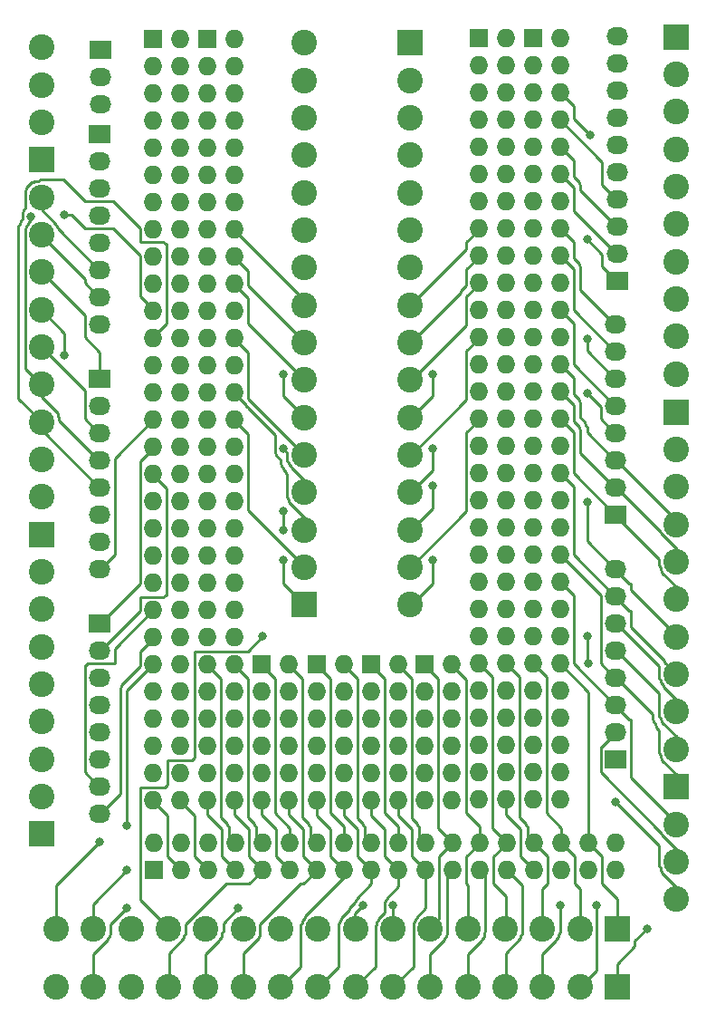
<source format=gtl>
G04 #@! TF.FileFunction,Copper,L1,Top,Signal*
%FSLAX46Y46*%
G04 Gerber Fmt 4.6, Leading zero omitted, Abs format (unit mm)*
G04 Created by KiCad (PCBNEW 201609150817+7155~55~ubuntu16.04.1-) date Thu Sep 29 09:43:48 2016*
%MOMM*%
%LPD*%
G01*
G04 APERTURE LIST*
%ADD10C,0.100000*%
%ADD11C,2.400000*%
%ADD12R,2.400000X2.400000*%
%ADD13R,2.032000X1.727200*%
%ADD14O,2.032000X1.727200*%
%ADD15O,1.727200X1.727200*%
%ADD16R,1.727200X1.727200*%
%ADD17C,0.800000*%
%ADD18C,0.250000*%
G04 APERTURE END LIST*
D10*
D11*
X92416400Y-66500400D03*
X92416400Y-63000400D03*
X92416400Y-70000400D03*
X92416400Y-73500400D03*
X92416400Y-77000400D03*
X92416400Y-80500400D03*
D12*
X92416400Y-59500400D03*
D11*
X92416400Y-84000400D03*
X92416400Y-87500400D03*
X92416400Y-91000400D03*
X92416400Y-94500400D03*
X92416400Y-98000400D03*
X92416400Y-101500400D03*
X92416400Y-105000400D03*
X92416400Y-108500400D03*
X92416400Y-112000400D03*
X82488000Y-59500400D03*
X82488000Y-63000400D03*
X82488000Y-66500400D03*
X82488000Y-70000400D03*
X82488000Y-73500400D03*
X82488000Y-77000400D03*
X82488000Y-80500400D03*
X82488000Y-84000400D03*
X82488000Y-87500400D03*
D12*
X82488000Y-112000400D03*
D11*
X82488000Y-91000400D03*
X82488000Y-94500400D03*
X82488000Y-98000400D03*
X82488000Y-101500400D03*
X82488000Y-108500400D03*
X82488000Y-105000400D03*
D13*
X63449200Y-60147200D03*
D14*
X63449200Y-62687200D03*
X63449200Y-65227200D03*
D11*
X57951600Y-59926400D03*
X57951600Y-63426400D03*
D12*
X57951600Y-70426400D03*
D11*
X57951600Y-66926400D03*
D13*
X63398400Y-68021200D03*
D14*
X63398400Y-70561200D03*
X63398400Y-73101200D03*
X63398400Y-75641200D03*
X63398400Y-78181200D03*
X63398400Y-80721200D03*
X63398400Y-83261200D03*
X63398400Y-85801200D03*
X63347600Y-108661200D03*
X63347600Y-106121200D03*
X63347600Y-103581200D03*
X63347600Y-101041200D03*
X63347600Y-98501200D03*
X63347600Y-95961200D03*
X63347600Y-93421200D03*
D13*
X63347600Y-90881200D03*
D14*
X111658400Y-108661200D03*
X111658400Y-111201200D03*
X111658400Y-113741200D03*
X111658400Y-116281200D03*
X111658400Y-118821200D03*
X111658400Y-121361200D03*
X111658400Y-123901200D03*
D13*
X111658400Y-126441200D03*
X111658400Y-103581200D03*
D14*
X111658400Y-101041200D03*
X111658400Y-98501200D03*
X111658400Y-95961200D03*
X111658400Y-93421200D03*
X111658400Y-90881200D03*
X111658400Y-88341200D03*
X111658400Y-85801200D03*
D15*
X81026000Y-130251200D03*
X78486000Y-130251200D03*
X81026000Y-127711200D03*
X78486000Y-127711200D03*
X81026000Y-125171200D03*
X78486000Y-125171200D03*
X81026000Y-122631200D03*
X78486000Y-122631200D03*
X81026000Y-120091200D03*
X78486000Y-120091200D03*
X81026000Y-117551200D03*
D16*
X78486000Y-117551200D03*
X83667600Y-117551200D03*
D15*
X86207600Y-117551200D03*
X83667600Y-120091200D03*
X86207600Y-120091200D03*
X83667600Y-122631200D03*
X86207600Y-122631200D03*
X83667600Y-125171200D03*
X86207600Y-125171200D03*
X83667600Y-127711200D03*
X86207600Y-127711200D03*
X83667600Y-130251200D03*
X86207600Y-130251200D03*
X91287600Y-130251200D03*
X88747600Y-130251200D03*
X91287600Y-127711200D03*
X88747600Y-127711200D03*
X91287600Y-125171200D03*
X88747600Y-125171200D03*
X91287600Y-122631200D03*
X88747600Y-122631200D03*
X91287600Y-120091200D03*
X88747600Y-120091200D03*
X91287600Y-117551200D03*
D16*
X88747600Y-117551200D03*
X93776800Y-117551200D03*
D15*
X96316800Y-117551200D03*
X93776800Y-120091200D03*
X96316800Y-120091200D03*
X93776800Y-122631200D03*
X96316800Y-122631200D03*
X93776800Y-125171200D03*
X96316800Y-125171200D03*
X93776800Y-127711200D03*
X96316800Y-127711200D03*
X93776800Y-130251200D03*
X96316800Y-130251200D03*
D16*
X68478400Y-136804400D03*
D15*
X68478400Y-134264400D03*
X71018400Y-136804400D03*
X71018400Y-134264400D03*
X73558400Y-136804400D03*
X73558400Y-134264400D03*
X76098400Y-136804400D03*
X76098400Y-134264400D03*
X78638400Y-136804400D03*
X78638400Y-134264400D03*
X81178400Y-136804400D03*
X81178400Y-134264400D03*
X83718400Y-136804400D03*
X83718400Y-134264400D03*
X86258400Y-136804400D03*
X86258400Y-134264400D03*
X88798400Y-136804400D03*
X88798400Y-134264400D03*
X91338400Y-136804400D03*
X91338400Y-134264400D03*
X93878400Y-136804400D03*
X93878400Y-134264400D03*
X96418400Y-136804400D03*
X96418400Y-134264400D03*
X98958400Y-136804400D03*
X98958400Y-134264400D03*
X101498400Y-136804400D03*
X101498400Y-134264400D03*
X104038400Y-136804400D03*
X104038400Y-134264400D03*
X106578400Y-136804400D03*
X106578400Y-134264400D03*
X109118400Y-136804400D03*
X109118400Y-134264400D03*
X111658400Y-136804400D03*
X111658400Y-134264400D03*
X75996800Y-130251200D03*
X73456800Y-130251200D03*
X75996800Y-127711200D03*
X73456800Y-127711200D03*
X75996800Y-125171200D03*
X73456800Y-125171200D03*
X75996800Y-122631200D03*
X73456800Y-122631200D03*
X75996800Y-120091200D03*
X73456800Y-120091200D03*
X75996800Y-117551200D03*
X73456800Y-117551200D03*
X75996800Y-115011200D03*
X73456800Y-115011200D03*
X75996800Y-112471200D03*
X73456800Y-112471200D03*
X75996800Y-109931200D03*
X73456800Y-109931200D03*
X75996800Y-107391200D03*
X73456800Y-107391200D03*
X75996800Y-104851200D03*
X73456800Y-104851200D03*
X75996800Y-102311200D03*
X73456800Y-102311200D03*
X75996800Y-99771200D03*
X73456800Y-99771200D03*
X75996800Y-97231200D03*
X73456800Y-97231200D03*
X75996800Y-94691200D03*
X73456800Y-94691200D03*
X75996800Y-92151200D03*
X73456800Y-92151200D03*
X75996800Y-89611200D03*
X73456800Y-89611200D03*
X75996800Y-87071200D03*
X73456800Y-87071200D03*
X75996800Y-84531200D03*
X73456800Y-84531200D03*
X75996800Y-81991200D03*
X73456800Y-81991200D03*
X75996800Y-79451200D03*
X73456800Y-79451200D03*
X75996800Y-76911200D03*
X73456800Y-76911200D03*
X75996800Y-74371200D03*
X73456800Y-74371200D03*
X75996800Y-71831200D03*
X73456800Y-71831200D03*
X75996800Y-69291200D03*
X73456800Y-69291200D03*
X75996800Y-66751200D03*
X73456800Y-66751200D03*
X75996800Y-64211200D03*
X73456800Y-64211200D03*
X75996800Y-61671200D03*
X73456800Y-61671200D03*
X75996800Y-59131200D03*
D16*
X73456800Y-59131200D03*
X103886000Y-59080400D03*
D15*
X106426000Y-59080400D03*
X103886000Y-61620400D03*
X106426000Y-61620400D03*
X103886000Y-64160400D03*
X106426000Y-64160400D03*
X103886000Y-66700400D03*
X106426000Y-66700400D03*
X103886000Y-69240400D03*
X106426000Y-69240400D03*
X103886000Y-71780400D03*
X106426000Y-71780400D03*
X103886000Y-74320400D03*
X106426000Y-74320400D03*
X103886000Y-76860400D03*
X106426000Y-76860400D03*
X103886000Y-79400400D03*
X106426000Y-79400400D03*
X103886000Y-81940400D03*
X106426000Y-81940400D03*
X103886000Y-84480400D03*
X106426000Y-84480400D03*
X103886000Y-87020400D03*
X106426000Y-87020400D03*
X103886000Y-89560400D03*
X106426000Y-89560400D03*
X103886000Y-92100400D03*
X106426000Y-92100400D03*
X103886000Y-94640400D03*
X106426000Y-94640400D03*
X103886000Y-97180400D03*
X106426000Y-97180400D03*
X103886000Y-99720400D03*
X106426000Y-99720400D03*
X103886000Y-102260400D03*
X106426000Y-102260400D03*
X103886000Y-104800400D03*
X106426000Y-104800400D03*
X103886000Y-107340400D03*
X106426000Y-107340400D03*
X103886000Y-109880400D03*
X106426000Y-109880400D03*
X103886000Y-112420400D03*
X106426000Y-112420400D03*
X103886000Y-114960400D03*
X106426000Y-114960400D03*
X103886000Y-117500400D03*
X106426000Y-117500400D03*
X103886000Y-120040400D03*
X106426000Y-120040400D03*
X103886000Y-122580400D03*
X106426000Y-122580400D03*
X103886000Y-125120400D03*
X106426000Y-125120400D03*
X103886000Y-127660400D03*
X106426000Y-127660400D03*
X103886000Y-130200400D03*
X106426000Y-130200400D03*
X101396800Y-130200400D03*
X98856800Y-130200400D03*
X101396800Y-127660400D03*
X98856800Y-127660400D03*
X101396800Y-125120400D03*
X98856800Y-125120400D03*
X101396800Y-122580400D03*
X98856800Y-122580400D03*
X101396800Y-120040400D03*
X98856800Y-120040400D03*
X101396800Y-117500400D03*
X98856800Y-117500400D03*
X101396800Y-114960400D03*
X98856800Y-114960400D03*
X101396800Y-112420400D03*
X98856800Y-112420400D03*
X101396800Y-109880400D03*
X98856800Y-109880400D03*
X101396800Y-107340400D03*
X98856800Y-107340400D03*
X101396800Y-104800400D03*
X98856800Y-104800400D03*
X101396800Y-102260400D03*
X98856800Y-102260400D03*
X101396800Y-99720400D03*
X98856800Y-99720400D03*
X101396800Y-97180400D03*
X98856800Y-97180400D03*
X101396800Y-94640400D03*
X98856800Y-94640400D03*
X101396800Y-92100400D03*
X98856800Y-92100400D03*
X101396800Y-89560400D03*
X98856800Y-89560400D03*
X101396800Y-87020400D03*
X98856800Y-87020400D03*
X101396800Y-84480400D03*
X98856800Y-84480400D03*
X101396800Y-81940400D03*
X98856800Y-81940400D03*
X101396800Y-79400400D03*
X98856800Y-79400400D03*
X101396800Y-76860400D03*
X98856800Y-76860400D03*
X101396800Y-74320400D03*
X98856800Y-74320400D03*
X101396800Y-71780400D03*
X98856800Y-71780400D03*
X101396800Y-69240400D03*
X98856800Y-69240400D03*
X101396800Y-66700400D03*
X98856800Y-66700400D03*
X101396800Y-64160400D03*
X98856800Y-64160400D03*
X101396800Y-61620400D03*
X98856800Y-61620400D03*
X101396800Y-59080400D03*
D16*
X98856800Y-59080400D03*
X68376800Y-59131200D03*
D15*
X70916800Y-59131200D03*
X68376800Y-61671200D03*
X70916800Y-61671200D03*
X68376800Y-64211200D03*
X70916800Y-64211200D03*
X68376800Y-66751200D03*
X70916800Y-66751200D03*
X68376800Y-69291200D03*
X70916800Y-69291200D03*
X68376800Y-71831200D03*
X70916800Y-71831200D03*
X68376800Y-74371200D03*
X70916800Y-74371200D03*
X68376800Y-76911200D03*
X70916800Y-76911200D03*
X68376800Y-79451200D03*
X70916800Y-79451200D03*
X68376800Y-81991200D03*
X70916800Y-81991200D03*
X68376800Y-84531200D03*
X70916800Y-84531200D03*
X68376800Y-87071200D03*
X70916800Y-87071200D03*
X68376800Y-89611200D03*
X70916800Y-89611200D03*
X68376800Y-92151200D03*
X70916800Y-92151200D03*
X68376800Y-94691200D03*
X70916800Y-94691200D03*
X68376800Y-97231200D03*
X70916800Y-97231200D03*
X68376800Y-99771200D03*
X70916800Y-99771200D03*
X68376800Y-102311200D03*
X70916800Y-102311200D03*
X68376800Y-104851200D03*
X70916800Y-104851200D03*
X68376800Y-107391200D03*
X70916800Y-107391200D03*
X68376800Y-109931200D03*
X70916800Y-109931200D03*
X68376800Y-112471200D03*
X70916800Y-112471200D03*
X68376800Y-115011200D03*
X70916800Y-115011200D03*
X68376800Y-117551200D03*
X70916800Y-117551200D03*
X68376800Y-120091200D03*
X70916800Y-120091200D03*
X68376800Y-122631200D03*
X70916800Y-122631200D03*
X68376800Y-125171200D03*
X70916800Y-125171200D03*
X68376800Y-127711200D03*
X70916800Y-127711200D03*
X68376800Y-130251200D03*
X70916800Y-130251200D03*
D11*
X117308400Y-65926000D03*
X117308400Y-62426000D03*
X117308400Y-69426000D03*
X117308400Y-72926000D03*
X117308400Y-76426000D03*
X117308400Y-79926000D03*
D12*
X117308400Y-58926000D03*
D11*
X117308400Y-83426000D03*
X117308400Y-86926000D03*
X117308400Y-90426000D03*
X117308400Y-125478000D03*
X117308400Y-121978000D03*
X117308400Y-118478000D03*
D12*
X117308400Y-93978000D03*
D11*
X117308400Y-114978000D03*
X117308400Y-111478000D03*
X117308400Y-107978000D03*
X117308400Y-104478000D03*
X117308400Y-97478000D03*
X117308400Y-100978000D03*
X57951600Y-98412000D03*
X57951600Y-101912000D03*
X57951600Y-94912000D03*
X57951600Y-91412000D03*
X57951600Y-87912000D03*
X57951600Y-84412000D03*
D12*
X57951600Y-105412000D03*
D11*
X57951600Y-80912000D03*
X57951600Y-77412000D03*
X57951600Y-73912000D03*
X59297200Y-142251200D03*
X62797200Y-142251200D03*
X66297200Y-142251200D03*
X69797200Y-142251200D03*
X73297200Y-142251200D03*
X76797200Y-142251200D03*
X80297200Y-142251200D03*
X83797200Y-142251200D03*
X87297200Y-142251200D03*
D12*
X111797200Y-142251200D03*
D11*
X90797200Y-142251200D03*
X94297200Y-142251200D03*
X97797200Y-142251200D03*
X101297200Y-142251200D03*
X108297200Y-142251200D03*
X104797200Y-142251200D03*
X104797200Y-147686800D03*
X108297200Y-147686800D03*
X101297200Y-147686800D03*
X97797200Y-147686800D03*
X94297200Y-147686800D03*
X90797200Y-147686800D03*
D12*
X111797200Y-147686800D03*
D11*
X87297200Y-147686800D03*
X83797200Y-147686800D03*
X80297200Y-147686800D03*
X76797200Y-147686800D03*
X73297200Y-147686800D03*
X69797200Y-147686800D03*
X66297200Y-147686800D03*
X62797200Y-147686800D03*
X59297200Y-147686800D03*
X117308400Y-132514400D03*
D12*
X117308400Y-129014400D03*
D11*
X117308400Y-136014400D03*
X117308400Y-139514400D03*
X57951600Y-126408000D03*
X57951600Y-129908000D03*
X57951600Y-122908000D03*
X57951600Y-119408000D03*
X57951600Y-115908000D03*
X57951600Y-112408000D03*
D12*
X57951600Y-133408000D03*
D11*
X57951600Y-108908000D03*
D14*
X111760000Y-58877200D03*
X111760000Y-61417200D03*
X111760000Y-63957200D03*
X111760000Y-66497200D03*
X111760000Y-69037200D03*
X111760000Y-71577200D03*
X111760000Y-74117200D03*
X111760000Y-76657200D03*
X111760000Y-79197200D03*
D13*
X111760000Y-81737200D03*
D14*
X63398400Y-131521200D03*
X63398400Y-128981200D03*
X63398400Y-126441200D03*
X63398400Y-123901200D03*
X63398400Y-121361200D03*
X63398400Y-118821200D03*
X63398400Y-116281200D03*
D13*
X63398400Y-113741200D03*
D17*
X109093000Y-117475000D03*
X108966000Y-114935000D03*
X111633000Y-130429000D03*
X106426000Y-140081000D03*
X109855000Y-140081000D03*
X114554000Y-142240000D03*
X76327000Y-140335000D03*
X65913000Y-140335000D03*
X63373000Y-134112000D03*
X65913000Y-132588000D03*
X65913000Y-136779000D03*
X78613000Y-114935000D03*
X88011000Y-140081000D03*
X90805000Y-140081000D03*
X94488000Y-100838000D03*
X94488000Y-97409000D03*
X94488000Y-90424000D03*
X56896000Y-75692000D03*
X60071000Y-75565000D03*
X60071000Y-88646000D03*
X108966000Y-87122000D03*
X108966000Y-102362000D03*
X108966000Y-92202000D03*
X109220000Y-68072000D03*
X108966000Y-77851000D03*
X80518000Y-107823000D03*
X80518000Y-105029000D03*
X80518000Y-103251000D03*
X80518000Y-97409000D03*
X80518000Y-90424000D03*
X94488000Y-107823000D03*
D18*
X68376800Y-112471200D02*
X64770000Y-116078000D01*
X64770000Y-116078000D02*
X64770000Y-117475000D01*
X64770000Y-117475000D02*
X62230000Y-117475000D01*
X62230000Y-117475000D02*
X62103000Y-117602000D01*
X62103000Y-117602000D02*
X61976000Y-117602000D01*
X61976000Y-117602000D02*
X61976000Y-127635000D01*
X61976000Y-127635000D02*
X63373000Y-129032000D01*
X63373000Y-129032000D02*
X63398400Y-128981200D01*
X63398400Y-116281200D02*
X63373000Y-116332000D01*
X63373000Y-116332000D02*
X67183000Y-112522000D01*
X67183000Y-112522000D02*
X67183000Y-111252000D01*
X67183000Y-111252000D02*
X69342000Y-111252000D01*
X69342000Y-111252000D02*
X69469000Y-111125000D01*
X69469000Y-111125000D02*
X69596000Y-111125000D01*
X69596000Y-111125000D02*
X69596000Y-101092000D01*
X69596000Y-101092000D02*
X68326000Y-99822000D01*
X68326000Y-99822000D02*
X68376800Y-99771200D01*
X63398400Y-131521200D02*
X63373000Y-131572000D01*
X63373000Y-131572000D02*
X65278000Y-129667000D01*
X65278000Y-129667000D02*
X65278000Y-119761000D01*
X65278000Y-119761000D02*
X65405000Y-119634000D01*
X65405000Y-119634000D02*
X65405000Y-119507000D01*
X65405000Y-119507000D02*
X67183000Y-117729000D01*
X67183000Y-117729000D02*
X67183000Y-116332000D01*
X67183000Y-116332000D02*
X68326000Y-115189000D01*
X68326000Y-115189000D02*
X68326000Y-115062000D01*
X68326000Y-115062000D02*
X68376800Y-115011200D01*
X63398400Y-113741200D02*
X63373000Y-113792000D01*
X63373000Y-113792000D02*
X67183000Y-109982000D01*
X67183000Y-109982000D02*
X67183000Y-98552000D01*
X67183000Y-98552000D02*
X68326000Y-97409000D01*
X68326000Y-97409000D02*
X68326000Y-97282000D01*
X68326000Y-97282000D02*
X68376800Y-97231200D01*
X117308400Y-132514400D02*
X117348000Y-132461000D01*
X117348000Y-132461000D02*
X113030000Y-128143000D01*
X113030000Y-128143000D02*
X113030000Y-122682000D01*
X113030000Y-122682000D02*
X112903000Y-122682000D01*
X112903000Y-122682000D02*
X111633000Y-121412000D01*
X111633000Y-121412000D02*
X111658400Y-121361200D01*
X111658400Y-121361200D02*
X111633000Y-121412000D01*
X111633000Y-121412000D02*
X107696000Y-117475000D01*
X107696000Y-117475000D02*
X107696000Y-111125000D01*
X107696000Y-111125000D02*
X106426000Y-109855000D01*
X106426000Y-109855000D02*
X106426000Y-109880400D01*
X111658400Y-118821200D02*
X111633000Y-118872000D01*
X111633000Y-118872000D02*
X111760000Y-118872000D01*
X111760000Y-118872000D02*
X115062000Y-122174000D01*
X115062000Y-122174000D02*
X115062000Y-122682000D01*
X115062000Y-122682000D02*
X115189000Y-122809000D01*
X115189000Y-122809000D02*
X115189000Y-122936000D01*
X115189000Y-122936000D02*
X115316000Y-123063000D01*
X115316000Y-123063000D02*
X115316000Y-123190000D01*
X115316000Y-123190000D02*
X115443000Y-123317000D01*
X115443000Y-123317000D02*
X115443000Y-123444000D01*
X115443000Y-123444000D02*
X115697000Y-123698000D01*
X115697000Y-123698000D02*
X115697000Y-125857000D01*
X115697000Y-125857000D02*
X115824000Y-125984000D01*
X115824000Y-125984000D02*
X115824000Y-126238000D01*
X115824000Y-126238000D02*
X115951000Y-126365000D01*
X115951000Y-126365000D02*
X115951000Y-126492000D01*
X115951000Y-126492000D02*
X117348000Y-127889000D01*
X117348000Y-127889000D02*
X117348000Y-129032000D01*
X117348000Y-129032000D02*
X117308400Y-129014400D01*
X106426000Y-107340400D02*
X106426000Y-107315000D01*
X106426000Y-107315000D02*
X110236000Y-111125000D01*
X110236000Y-111125000D02*
X110236000Y-117475000D01*
X110236000Y-117475000D02*
X111633000Y-118872000D01*
X111633000Y-118872000D02*
X111658400Y-118821200D01*
X111658400Y-123901200D02*
X111633000Y-123952000D01*
X111633000Y-123952000D02*
X110363000Y-125222000D01*
X110363000Y-125222000D02*
X110236000Y-125222000D01*
X110236000Y-125222000D02*
X110236000Y-127635000D01*
X110236000Y-127635000D02*
X115951000Y-133350000D01*
X115951000Y-133350000D02*
X115951000Y-133477000D01*
X115951000Y-133477000D02*
X117348000Y-134874000D01*
X117348000Y-134874000D02*
X117348000Y-136017000D01*
X117348000Y-136017000D02*
X117308400Y-136014400D01*
X109093000Y-117475000D02*
X108966000Y-117348000D01*
X108966000Y-117348000D02*
X108966000Y-114935000D01*
X111633000Y-130429000D02*
X115697000Y-134493000D01*
X115697000Y-134493000D02*
X115697000Y-136398000D01*
X115697000Y-136398000D02*
X115824000Y-136525000D01*
X115824000Y-136525000D02*
X115824000Y-136779000D01*
X115824000Y-136779000D02*
X115951000Y-136906000D01*
X115951000Y-136906000D02*
X115951000Y-137033000D01*
X115951000Y-137033000D02*
X117348000Y-138430000D01*
X117348000Y-138430000D02*
X117348000Y-139573000D01*
X117348000Y-139573000D02*
X117308400Y-139514400D01*
X104038400Y-136804400D02*
X102743000Y-135509000D01*
X102743000Y-135509000D02*
X102743000Y-132969000D01*
X102743000Y-132969000D02*
X101346000Y-131572000D01*
X101346000Y-131572000D02*
X101346000Y-130175000D01*
X101346000Y-130175000D02*
X101396800Y-130200400D01*
X106426000Y-140081000D02*
X106426000Y-142621000D01*
X106426000Y-142621000D02*
X106299000Y-142748000D01*
X106299000Y-142748000D02*
X106299000Y-143002000D01*
X106299000Y-143002000D02*
X106045000Y-143256000D01*
X106045000Y-143256000D02*
X106045000Y-143383000D01*
X106045000Y-143383000D02*
X104775000Y-144653000D01*
X104775000Y-144653000D02*
X104775000Y-147701000D01*
X104775000Y-147701000D02*
X104797200Y-147686800D01*
X108297200Y-147686800D02*
X108331000Y-147701000D01*
X108331000Y-147701000D02*
X109855000Y-146177000D01*
X109855000Y-146177000D02*
X109855000Y-140081000D01*
X101498400Y-136804400D02*
X102870000Y-138176000D01*
X102870000Y-138176000D02*
X102870000Y-142748000D01*
X102870000Y-142748000D02*
X102743000Y-142875000D01*
X102743000Y-142875000D02*
X102743000Y-143129000D01*
X102743000Y-143129000D02*
X101346000Y-144526000D01*
X101346000Y-144526000D02*
X101346000Y-147701000D01*
X101346000Y-147701000D02*
X101297200Y-147686800D01*
X98958400Y-136804400D02*
X99441000Y-137287000D01*
X99441000Y-137287000D02*
X99441000Y-142494000D01*
X99441000Y-142494000D02*
X99314000Y-142621000D01*
X99314000Y-142621000D02*
X99314000Y-143002000D01*
X99314000Y-143002000D02*
X99060000Y-143256000D01*
X99060000Y-143256000D02*
X99060000Y-143383000D01*
X99060000Y-143383000D02*
X97790000Y-144653000D01*
X97790000Y-144653000D02*
X97790000Y-147701000D01*
X97790000Y-147701000D02*
X97797200Y-147686800D01*
X96418400Y-136804400D02*
X96266000Y-136906000D01*
X96266000Y-136906000D02*
X95885000Y-137287000D01*
X95885000Y-137287000D02*
X95885000Y-142748000D01*
X95885000Y-142748000D02*
X95758000Y-142875000D01*
X95758000Y-142875000D02*
X95758000Y-143002000D01*
X95758000Y-143002000D02*
X95631000Y-143129000D01*
X95631000Y-143129000D02*
X95631000Y-143256000D01*
X95631000Y-143256000D02*
X94234000Y-144653000D01*
X94234000Y-144653000D02*
X94234000Y-147701000D01*
X94234000Y-147701000D02*
X94297200Y-147686800D01*
X90797200Y-147686800D02*
X90805000Y-147701000D01*
X90805000Y-147701000D02*
X92710000Y-145796000D01*
X92710000Y-145796000D02*
X92710000Y-141732000D01*
X92710000Y-141732000D02*
X92837000Y-141605000D01*
X92837000Y-141605000D02*
X92837000Y-141478000D01*
X92837000Y-141478000D02*
X92964000Y-141351000D01*
X92964000Y-141351000D02*
X92964000Y-141224000D01*
X92964000Y-141224000D02*
X93853000Y-140335000D01*
X93853000Y-140335000D02*
X93853000Y-136779000D01*
X93853000Y-136779000D02*
X93878400Y-136804400D01*
X93878400Y-136804400D02*
X92583000Y-135509000D01*
X92583000Y-135509000D02*
X92583000Y-132969000D01*
X92583000Y-132969000D02*
X91313000Y-131699000D01*
X91313000Y-131699000D02*
X91313000Y-130302000D01*
X91313000Y-130302000D02*
X91287600Y-130251200D01*
X114554000Y-142240000D02*
X113411000Y-143383000D01*
X113411000Y-143383000D02*
X113411000Y-143891000D01*
X113411000Y-143891000D02*
X111760000Y-145542000D01*
X111760000Y-145542000D02*
X111760000Y-147701000D01*
X111760000Y-147701000D02*
X111797200Y-147686800D01*
X87297200Y-147686800D02*
X87249000Y-147701000D01*
X87249000Y-147701000D02*
X89154000Y-145796000D01*
X89154000Y-145796000D02*
X89154000Y-141986000D01*
X89154000Y-141986000D02*
X89281000Y-141859000D01*
X89281000Y-141859000D02*
X89281000Y-141605000D01*
X89281000Y-141605000D02*
X89408000Y-141478000D01*
X89408000Y-141478000D02*
X89408000Y-141351000D01*
X89408000Y-141351000D02*
X90043000Y-140716000D01*
X90043000Y-140716000D02*
X90043000Y-139700000D01*
X90043000Y-139700000D02*
X90170000Y-139573000D01*
X90170000Y-139573000D02*
X90170000Y-139446000D01*
X90170000Y-139446000D02*
X91313000Y-138303000D01*
X91313000Y-138303000D02*
X91313000Y-136779000D01*
X91313000Y-136779000D02*
X91338400Y-136804400D01*
X91338400Y-136804400D02*
X90043000Y-135509000D01*
X90043000Y-135509000D02*
X90043000Y-132969000D01*
X90043000Y-132969000D02*
X88773000Y-131699000D01*
X88773000Y-131699000D02*
X88773000Y-130302000D01*
X88773000Y-130302000D02*
X88747600Y-130251200D01*
X83797200Y-147686800D02*
X83820000Y-147701000D01*
X83820000Y-147701000D02*
X85725000Y-145796000D01*
X85725000Y-145796000D02*
X85725000Y-141732000D01*
X85725000Y-141732000D02*
X85852000Y-141605000D01*
X85852000Y-141605000D02*
X85852000Y-141478000D01*
X85852000Y-141478000D02*
X85979000Y-141351000D01*
X85979000Y-141351000D02*
X85979000Y-141224000D01*
X85979000Y-141224000D02*
X86741000Y-140462000D01*
X86741000Y-140462000D02*
X86741000Y-140335000D01*
X86741000Y-140335000D02*
X87249000Y-139827000D01*
X87249000Y-139827000D02*
X87249000Y-139700000D01*
X87249000Y-139700000D02*
X87376000Y-139573000D01*
X87376000Y-139573000D02*
X87376000Y-139446000D01*
X87376000Y-139446000D02*
X88773000Y-138049000D01*
X88773000Y-138049000D02*
X88773000Y-136779000D01*
X88773000Y-136779000D02*
X88798400Y-136804400D01*
X88798400Y-136804400D02*
X87503000Y-135509000D01*
X87503000Y-135509000D02*
X87503000Y-132969000D01*
X87503000Y-132969000D02*
X86233000Y-131699000D01*
X86233000Y-131699000D02*
X86233000Y-130302000D01*
X86233000Y-130302000D02*
X86207600Y-130251200D01*
X80297200Y-147686800D02*
X80264000Y-147701000D01*
X80264000Y-147701000D02*
X82169000Y-145796000D01*
X82169000Y-145796000D02*
X82169000Y-141859000D01*
X82169000Y-141859000D02*
X82296000Y-141732000D01*
X82296000Y-141732000D02*
X82296000Y-141478000D01*
X82296000Y-141478000D02*
X82550000Y-141224000D01*
X82550000Y-141224000D02*
X82550000Y-141097000D01*
X82550000Y-141097000D02*
X86233000Y-137414000D01*
X86233000Y-137414000D02*
X86233000Y-136779000D01*
X86233000Y-136779000D02*
X86258400Y-136804400D01*
X86258400Y-136804400D02*
X84963000Y-135509000D01*
X84963000Y-135509000D02*
X84963000Y-132969000D01*
X84963000Y-132969000D02*
X83693000Y-131699000D01*
X83693000Y-131699000D02*
X83693000Y-130302000D01*
X83693000Y-130302000D02*
X83667600Y-130251200D01*
X83718400Y-136804400D02*
X83566000Y-136906000D01*
X83566000Y-136906000D02*
X82423000Y-138049000D01*
X82423000Y-138049000D02*
X82169000Y-138049000D01*
X82169000Y-138049000D02*
X78359000Y-141859000D01*
X78359000Y-141859000D02*
X78359000Y-142875000D01*
X78359000Y-142875000D02*
X78232000Y-143002000D01*
X78232000Y-143002000D02*
X78232000Y-143129000D01*
X78232000Y-143129000D02*
X76835000Y-144526000D01*
X76835000Y-144526000D02*
X76835000Y-147701000D01*
X76835000Y-147701000D02*
X76797200Y-147686800D01*
X83718400Y-136804400D02*
X82423000Y-135509000D01*
X82423000Y-135509000D02*
X82423000Y-132969000D01*
X82423000Y-132969000D02*
X81026000Y-131572000D01*
X81026000Y-131572000D02*
X81026000Y-130251200D01*
X76327000Y-140335000D02*
X74930000Y-141732000D01*
X74930000Y-141732000D02*
X74930000Y-142494000D01*
X74930000Y-142494000D02*
X74803000Y-142621000D01*
X74803000Y-142621000D02*
X74803000Y-143002000D01*
X74803000Y-143002000D02*
X74549000Y-143256000D01*
X74549000Y-143256000D02*
X74549000Y-143383000D01*
X74549000Y-143383000D02*
X73279000Y-144653000D01*
X73279000Y-144653000D02*
X73279000Y-147701000D01*
X73279000Y-147701000D02*
X73297200Y-147686800D01*
X81178400Y-136804400D02*
X79883000Y-135509000D01*
X79883000Y-135509000D02*
X79883000Y-132969000D01*
X79883000Y-132969000D02*
X78486000Y-131572000D01*
X78486000Y-131572000D02*
X78486000Y-130251200D01*
X78638400Y-136804400D02*
X78486000Y-136906000D01*
X78486000Y-136906000D02*
X77343000Y-138049000D01*
X77343000Y-138049000D02*
X75184000Y-138049000D01*
X75184000Y-138049000D02*
X71374000Y-141859000D01*
X71374000Y-141859000D02*
X71374000Y-142748000D01*
X71374000Y-142748000D02*
X71247000Y-142875000D01*
X71247000Y-142875000D02*
X71247000Y-143129000D01*
X71247000Y-143129000D02*
X69850000Y-144526000D01*
X69850000Y-144526000D02*
X69850000Y-147701000D01*
X69850000Y-147701000D02*
X69797200Y-147686800D01*
X78638400Y-136804400D02*
X77343000Y-135509000D01*
X77343000Y-135509000D02*
X77343000Y-132969000D01*
X77343000Y-132969000D02*
X75946000Y-131572000D01*
X75946000Y-131572000D02*
X75946000Y-130302000D01*
X75946000Y-130302000D02*
X75996800Y-130251200D01*
X76098400Y-136804400D02*
X74803000Y-135509000D01*
X74803000Y-135509000D02*
X74803000Y-132969000D01*
X74803000Y-132969000D02*
X73406000Y-131572000D01*
X73406000Y-131572000D02*
X73406000Y-130302000D01*
X73406000Y-130302000D02*
X73456800Y-130251200D01*
X65913000Y-140335000D02*
X64389000Y-141859000D01*
X64389000Y-141859000D02*
X64389000Y-142748000D01*
X64389000Y-142748000D02*
X64262000Y-142875000D01*
X64262000Y-142875000D02*
X64262000Y-143002000D01*
X64262000Y-143002000D02*
X64135000Y-143129000D01*
X64135000Y-143129000D02*
X64135000Y-143256000D01*
X64135000Y-143256000D02*
X62738000Y-144653000D01*
X62738000Y-144653000D02*
X62738000Y-147701000D01*
X62738000Y-147701000D02*
X62797200Y-147686800D01*
X70916800Y-130251200D02*
X70993000Y-130429000D01*
X70993000Y-130429000D02*
X72263000Y-131699000D01*
X72263000Y-131699000D02*
X72263000Y-135509000D01*
X72263000Y-135509000D02*
X73558400Y-136804400D01*
X68376800Y-130251200D02*
X68453000Y-130429000D01*
X68453000Y-130429000D02*
X69723000Y-131699000D01*
X69723000Y-131699000D02*
X69723000Y-135509000D01*
X69723000Y-135509000D02*
X71018400Y-136804400D01*
X63373000Y-134112000D02*
X59309000Y-138176000D01*
X59309000Y-138176000D02*
X59309000Y-142240000D01*
X59309000Y-142240000D02*
X59297200Y-142251200D01*
X68376800Y-117551200D02*
X65913000Y-120015000D01*
X65913000Y-120015000D02*
X65913000Y-132588000D01*
X65913000Y-136779000D02*
X62738000Y-139954000D01*
X62738000Y-139954000D02*
X62738000Y-142240000D01*
X62738000Y-142240000D02*
X62797200Y-142251200D01*
X76098400Y-134264400D02*
X75438000Y-133604000D01*
X75438000Y-133604000D02*
X75438000Y-132715000D01*
X75438000Y-132715000D02*
X75311000Y-132588000D01*
X75311000Y-132588000D02*
X75311000Y-132461000D01*
X75311000Y-132461000D02*
X74676000Y-131826000D01*
X74676000Y-131826000D02*
X74676000Y-118872000D01*
X74676000Y-118872000D02*
X73406000Y-117602000D01*
X73406000Y-117602000D02*
X73456800Y-117551200D01*
X69797200Y-142251200D02*
X69850000Y-142240000D01*
X69850000Y-142240000D02*
X67183000Y-139573000D01*
X67183000Y-139573000D02*
X67183000Y-129032000D01*
X67183000Y-129032000D02*
X69469000Y-129032000D01*
X69469000Y-129032000D02*
X69723000Y-128778000D01*
X69723000Y-128778000D02*
X69723000Y-126492000D01*
X69723000Y-126492000D02*
X72009000Y-126492000D01*
X72009000Y-126492000D02*
X72263000Y-126238000D01*
X72263000Y-126238000D02*
X72263000Y-116332000D01*
X72263000Y-116332000D02*
X77216000Y-116332000D01*
X77216000Y-116332000D02*
X78613000Y-114935000D01*
X78638400Y-134264400D02*
X77978000Y-133604000D01*
X77978000Y-133604000D02*
X77978000Y-132715000D01*
X77978000Y-132715000D02*
X77851000Y-132588000D01*
X77851000Y-132588000D02*
X77851000Y-132461000D01*
X77851000Y-132461000D02*
X77216000Y-131826000D01*
X77216000Y-131826000D02*
X77216000Y-118872000D01*
X77216000Y-118872000D02*
X75946000Y-117602000D01*
X75946000Y-117602000D02*
X75996800Y-117551200D01*
X78486000Y-117551200D02*
X78486000Y-117602000D01*
X78486000Y-117602000D02*
X79756000Y-118872000D01*
X79756000Y-118872000D02*
X79756000Y-131445000D01*
X79756000Y-131445000D02*
X81153000Y-132842000D01*
X81153000Y-132842000D02*
X81153000Y-134239000D01*
X81153000Y-134239000D02*
X81178400Y-134264400D01*
X83718400Y-134264400D02*
X83058000Y-133604000D01*
X83058000Y-133604000D02*
X83058000Y-132715000D01*
X83058000Y-132715000D02*
X82931000Y-132588000D01*
X82931000Y-132588000D02*
X82931000Y-132461000D01*
X82931000Y-132461000D02*
X82296000Y-131826000D01*
X82296000Y-131826000D02*
X82296000Y-118872000D01*
X82296000Y-118872000D02*
X81026000Y-117602000D01*
X81026000Y-117602000D02*
X81026000Y-117551200D01*
X83667600Y-117551200D02*
X83693000Y-117602000D01*
X83693000Y-117602000D02*
X84963000Y-118872000D01*
X84963000Y-118872000D02*
X84963000Y-131445000D01*
X84963000Y-131445000D02*
X86233000Y-132715000D01*
X86233000Y-132715000D02*
X86233000Y-134239000D01*
X86233000Y-134239000D02*
X86258400Y-134264400D01*
X88798400Y-134264400D02*
X88138000Y-133604000D01*
X88138000Y-133604000D02*
X88138000Y-132715000D01*
X88138000Y-132715000D02*
X88011000Y-132588000D01*
X88011000Y-132588000D02*
X88011000Y-132461000D01*
X88011000Y-132461000D02*
X87503000Y-131953000D01*
X87503000Y-131953000D02*
X87503000Y-118872000D01*
X87503000Y-118872000D02*
X86233000Y-117602000D01*
X86233000Y-117602000D02*
X86207600Y-117551200D01*
X88747600Y-117551200D02*
X88773000Y-117602000D01*
X88773000Y-117602000D02*
X90043000Y-118872000D01*
X90043000Y-118872000D02*
X90043000Y-131445000D01*
X90043000Y-131445000D02*
X91313000Y-132715000D01*
X91313000Y-132715000D02*
X91313000Y-134239000D01*
X91313000Y-134239000D02*
X91338400Y-134264400D01*
X88011000Y-140081000D02*
X87249000Y-140843000D01*
X87249000Y-140843000D02*
X87249000Y-142240000D01*
X87249000Y-142240000D02*
X87297200Y-142251200D01*
X106426000Y-117500400D02*
X106426000Y-117475000D01*
X106426000Y-117475000D02*
X109093000Y-120142000D01*
X109093000Y-120142000D02*
X109093000Y-134239000D01*
X109093000Y-134239000D02*
X109118400Y-134264400D01*
X109118400Y-134264400D02*
X110363000Y-135509000D01*
X110363000Y-135509000D02*
X110363000Y-138049000D01*
X110363000Y-138049000D02*
X111760000Y-139446000D01*
X111760000Y-139446000D02*
X111760000Y-142240000D01*
X111760000Y-142240000D02*
X111797200Y-142251200D01*
X93878400Y-134264400D02*
X93218000Y-133604000D01*
X93218000Y-133604000D02*
X93218000Y-132715000D01*
X93218000Y-132715000D02*
X93091000Y-132588000D01*
X93091000Y-132588000D02*
X93091000Y-132461000D01*
X93091000Y-132461000D02*
X92583000Y-131953000D01*
X92583000Y-131953000D02*
X92583000Y-118872000D01*
X92583000Y-118872000D02*
X91313000Y-117602000D01*
X91313000Y-117602000D02*
X91287600Y-117551200D01*
X90805000Y-140081000D02*
X90805000Y-142240000D01*
X90805000Y-142240000D02*
X90797200Y-142251200D01*
X96418400Y-134264400D02*
X94996000Y-132842000D01*
X94996000Y-132842000D02*
X94996000Y-118872000D01*
X94996000Y-118872000D02*
X93726000Y-117602000D01*
X93726000Y-117602000D02*
X93776800Y-117551200D01*
X94297200Y-142251200D02*
X94234000Y-142240000D01*
X94234000Y-142240000D02*
X95123000Y-141351000D01*
X95123000Y-141351000D02*
X95123000Y-135509000D01*
X95123000Y-135509000D02*
X96393000Y-134239000D01*
X96393000Y-134239000D02*
X96418400Y-134264400D01*
X96316800Y-117551200D02*
X96393000Y-117729000D01*
X96393000Y-117729000D02*
X97663000Y-118999000D01*
X97663000Y-118999000D02*
X97663000Y-131445000D01*
X97663000Y-131445000D02*
X98933000Y-132715000D01*
X98933000Y-132715000D02*
X98933000Y-134239000D01*
X98933000Y-134239000D02*
X98958400Y-134264400D01*
X98958400Y-134264400D02*
X98806000Y-134366000D01*
X98806000Y-134366000D02*
X97663000Y-135509000D01*
X97663000Y-135509000D02*
X97663000Y-138049000D01*
X97663000Y-138049000D02*
X97790000Y-138176000D01*
X97790000Y-138176000D02*
X97790000Y-142240000D01*
X97790000Y-142240000D02*
X97797200Y-142251200D01*
X101498400Y-134264400D02*
X100076000Y-132842000D01*
X100076000Y-132842000D02*
X100076000Y-118745000D01*
X100076000Y-118745000D02*
X98806000Y-117475000D01*
X98806000Y-117475000D02*
X98856800Y-117500400D01*
X101498400Y-134264400D02*
X101346000Y-134366000D01*
X101346000Y-134366000D02*
X100203000Y-135509000D01*
X100203000Y-135509000D02*
X100203000Y-138049000D01*
X100203000Y-138049000D02*
X101346000Y-139192000D01*
X101346000Y-139192000D02*
X101346000Y-142240000D01*
X101346000Y-142240000D02*
X101297200Y-142251200D01*
X103886000Y-117500400D02*
X103886000Y-117475000D01*
X103886000Y-117475000D02*
X105156000Y-118745000D01*
X105156000Y-118745000D02*
X105156000Y-131445000D01*
X105156000Y-131445000D02*
X106553000Y-132842000D01*
X106553000Y-132842000D02*
X106553000Y-134239000D01*
X106553000Y-134239000D02*
X106578400Y-134264400D01*
X106578400Y-134264400D02*
X107823000Y-135509000D01*
X107823000Y-135509000D02*
X107823000Y-138049000D01*
X107823000Y-138049000D02*
X108331000Y-138557000D01*
X108331000Y-138557000D02*
X108331000Y-142240000D01*
X108331000Y-142240000D02*
X108297200Y-142251200D01*
X104038400Y-134264400D02*
X103378000Y-133604000D01*
X103378000Y-133604000D02*
X103378000Y-132715000D01*
X103378000Y-132715000D02*
X103251000Y-132588000D01*
X103251000Y-132588000D02*
X103251000Y-132461000D01*
X103251000Y-132461000D02*
X102616000Y-131826000D01*
X102616000Y-131826000D02*
X102616000Y-118745000D01*
X102616000Y-118745000D02*
X101346000Y-117475000D01*
X101346000Y-117475000D02*
X101396800Y-117500400D01*
X104038400Y-134264400D02*
X105283000Y-135509000D01*
X105283000Y-135509000D02*
X105283000Y-138049000D01*
X105283000Y-138049000D02*
X104775000Y-138557000D01*
X104775000Y-138557000D02*
X104775000Y-142240000D01*
X104775000Y-142240000D02*
X104797200Y-142251200D01*
X92416400Y-105000400D02*
X92456000Y-105029000D01*
X92456000Y-105029000D02*
X94488000Y-102997000D01*
X94488000Y-102997000D02*
X94488000Y-100838000D01*
X92416400Y-101500400D02*
X92456000Y-101473000D01*
X92456000Y-101473000D02*
X94488000Y-99441000D01*
X94488000Y-99441000D02*
X94488000Y-97409000D01*
X92416400Y-98000400D02*
X92456000Y-98044000D01*
X92456000Y-98044000D02*
X97663000Y-92837000D01*
X97663000Y-92837000D02*
X97663000Y-88265000D01*
X97663000Y-88265000D02*
X98806000Y-87122000D01*
X98806000Y-87122000D02*
X98806000Y-86995000D01*
X98806000Y-86995000D02*
X98856800Y-87020400D01*
X92416400Y-94500400D02*
X92456000Y-94488000D01*
X92456000Y-94488000D02*
X94488000Y-92456000D01*
X94488000Y-92456000D02*
X94488000Y-90424000D01*
X92416400Y-91000400D02*
X92456000Y-91059000D01*
X92456000Y-91059000D02*
X97663000Y-85852000D01*
X97663000Y-85852000D02*
X97663000Y-83185000D01*
X97663000Y-83185000D02*
X98806000Y-82042000D01*
X98806000Y-82042000D02*
X98806000Y-81915000D01*
X98806000Y-81915000D02*
X98856800Y-81940400D01*
X92416400Y-87500400D02*
X92456000Y-87503000D01*
X92456000Y-87503000D02*
X97155000Y-82804000D01*
X97155000Y-82804000D02*
X97155000Y-82677000D01*
X97155000Y-82677000D02*
X97663000Y-82169000D01*
X97663000Y-82169000D02*
X97663000Y-80645000D01*
X97663000Y-80645000D02*
X98806000Y-79502000D01*
X98806000Y-79502000D02*
X98806000Y-79375000D01*
X98806000Y-79375000D02*
X98856800Y-79400400D01*
X92416400Y-84000400D02*
X92456000Y-83947000D01*
X92456000Y-83947000D02*
X97663000Y-78740000D01*
X97663000Y-78740000D02*
X97663000Y-78105000D01*
X97663000Y-78105000D02*
X98806000Y-76962000D01*
X98806000Y-76962000D02*
X98806000Y-76835000D01*
X98806000Y-76835000D02*
X98856800Y-76860400D01*
X57951600Y-94912000D02*
X57912000Y-94869000D01*
X57912000Y-94869000D02*
X55753000Y-92710000D01*
X55753000Y-92710000D02*
X55753000Y-76581000D01*
X55753000Y-76581000D02*
X55880000Y-76454000D01*
X55880000Y-76454000D02*
X55880000Y-76327000D01*
X55880000Y-76327000D02*
X56007000Y-76200000D01*
X56007000Y-76200000D02*
X56007000Y-76073000D01*
X56007000Y-76073000D02*
X56134000Y-75946000D01*
X56134000Y-75946000D02*
X56134000Y-75311000D01*
X56134000Y-75311000D02*
X56261000Y-75184000D01*
X56261000Y-75184000D02*
X56261000Y-75057000D01*
X56261000Y-75057000D02*
X56388000Y-74930000D01*
X56388000Y-74930000D02*
X56388000Y-73279000D01*
X56388000Y-73279000D02*
X56515000Y-73152000D01*
X56515000Y-73152000D02*
X56515000Y-73025000D01*
X56515000Y-73025000D02*
X57023000Y-72517000D01*
X57023000Y-72517000D02*
X57150000Y-72517000D01*
X57150000Y-72517000D02*
X57277000Y-72390000D01*
X57277000Y-72390000D02*
X57658000Y-72390000D01*
X57658000Y-72390000D02*
X57785000Y-72263000D01*
X57785000Y-72263000D02*
X59944000Y-72263000D01*
X59944000Y-72263000D02*
X61976000Y-74295000D01*
X61976000Y-74295000D02*
X64643000Y-74295000D01*
X64643000Y-74295000D02*
X67183000Y-76835000D01*
X67183000Y-76835000D02*
X67183000Y-78105000D01*
X67183000Y-78105000D02*
X69342000Y-78105000D01*
X69342000Y-78105000D02*
X69469000Y-78232000D01*
X69469000Y-78232000D02*
X69596000Y-78232000D01*
X69596000Y-78232000D02*
X69596000Y-85725000D01*
X69596000Y-85725000D02*
X68326000Y-86995000D01*
X68326000Y-86995000D02*
X68326000Y-87122000D01*
X68326000Y-87122000D02*
X68376800Y-87071200D01*
X63347600Y-101041200D02*
X63373000Y-101092000D01*
X63373000Y-101092000D02*
X57912000Y-95631000D01*
X57912000Y-95631000D02*
X57912000Y-94869000D01*
X57912000Y-94869000D02*
X57951600Y-94912000D01*
X57951600Y-91412000D02*
X57912000Y-91440000D01*
X57912000Y-91440000D02*
X56388000Y-89916000D01*
X56388000Y-89916000D02*
X56388000Y-76835000D01*
X56388000Y-76835000D02*
X56515000Y-76708000D01*
X56515000Y-76708000D02*
X56515000Y-76581000D01*
X56515000Y-76581000D02*
X56642000Y-76454000D01*
X56642000Y-76454000D02*
X56642000Y-76327000D01*
X56642000Y-76327000D02*
X56896000Y-76073000D01*
X56896000Y-76073000D02*
X56896000Y-75692000D01*
X60071000Y-75565000D02*
X60706000Y-75565000D01*
X60706000Y-75565000D02*
X61976000Y-76835000D01*
X61976000Y-76835000D02*
X64643000Y-76835000D01*
X64643000Y-76835000D02*
X67183000Y-79375000D01*
X67183000Y-79375000D02*
X67183000Y-83185000D01*
X67183000Y-83185000D02*
X68326000Y-84328000D01*
X68326000Y-84328000D02*
X68326000Y-84582000D01*
X68326000Y-84582000D02*
X68376800Y-84531200D01*
X63347600Y-98501200D02*
X63373000Y-98552000D01*
X63373000Y-98552000D02*
X59563000Y-94742000D01*
X59563000Y-94742000D02*
X59563000Y-94488000D01*
X59563000Y-94488000D02*
X59436000Y-94361000D01*
X59436000Y-94361000D02*
X59436000Y-94107000D01*
X59436000Y-94107000D02*
X57912000Y-92583000D01*
X57912000Y-92583000D02*
X57912000Y-91440000D01*
X57912000Y-91440000D02*
X57951600Y-91412000D01*
X57951600Y-87912000D02*
X57912000Y-87884000D01*
X57912000Y-87884000D02*
X61976000Y-91948000D01*
X61976000Y-91948000D02*
X61976000Y-94615000D01*
X61976000Y-94615000D02*
X63373000Y-96012000D01*
X63373000Y-96012000D02*
X63347600Y-95961200D01*
X57951600Y-84412000D02*
X57912000Y-84455000D01*
X57912000Y-84455000D02*
X60071000Y-86614000D01*
X60071000Y-86614000D02*
X60071000Y-88646000D01*
X68376800Y-94691200D02*
X64770000Y-98298000D01*
X64770000Y-98298000D02*
X64770000Y-107315000D01*
X64770000Y-107315000D02*
X63373000Y-108712000D01*
X63373000Y-108712000D02*
X63347600Y-108661200D01*
X57951600Y-80912000D02*
X57912000Y-80899000D01*
X57912000Y-80899000D02*
X61976000Y-84963000D01*
X61976000Y-84963000D02*
X61976000Y-86995000D01*
X61976000Y-86995000D02*
X63373000Y-88392000D01*
X63373000Y-88392000D02*
X63373000Y-90932000D01*
X63373000Y-90932000D02*
X63347600Y-90881200D01*
X57951600Y-77412000D02*
X57912000Y-77470000D01*
X57912000Y-77470000D02*
X61976000Y-81534000D01*
X61976000Y-81534000D02*
X61976000Y-81915000D01*
X61976000Y-81915000D02*
X63373000Y-83312000D01*
X63373000Y-83312000D02*
X63398400Y-83261200D01*
X63398400Y-80721200D02*
X63373000Y-80772000D01*
X63373000Y-80772000D02*
X59436000Y-76835000D01*
X59436000Y-76835000D02*
X59436000Y-76708000D01*
X59436000Y-76708000D02*
X59309000Y-76581000D01*
X59309000Y-76581000D02*
X59309000Y-76454000D01*
X59309000Y-76454000D02*
X57912000Y-75057000D01*
X57912000Y-75057000D02*
X57912000Y-73914000D01*
X57912000Y-73914000D02*
X57951600Y-73912000D01*
X111658400Y-116281200D02*
X111633000Y-116332000D01*
X111633000Y-116332000D02*
X111760000Y-116332000D01*
X111760000Y-116332000D02*
X115697000Y-120269000D01*
X115697000Y-120269000D02*
X115697000Y-122428000D01*
X115697000Y-122428000D02*
X115824000Y-122555000D01*
X115824000Y-122555000D02*
X115824000Y-122682000D01*
X115824000Y-122682000D02*
X115951000Y-122809000D01*
X115951000Y-122809000D02*
X115951000Y-122936000D01*
X115951000Y-122936000D02*
X117348000Y-124333000D01*
X117348000Y-124333000D02*
X117348000Y-125476000D01*
X117348000Y-125476000D02*
X117308400Y-125478000D01*
X111658400Y-113741200D02*
X111633000Y-113792000D01*
X111633000Y-113792000D02*
X111760000Y-113792000D01*
X111760000Y-113792000D02*
X115697000Y-117729000D01*
X115697000Y-117729000D02*
X115697000Y-118872000D01*
X115697000Y-118872000D02*
X115824000Y-118999000D01*
X115824000Y-118999000D02*
X115824000Y-119253000D01*
X115824000Y-119253000D02*
X116078000Y-119507000D01*
X116078000Y-119507000D02*
X116078000Y-119634000D01*
X116078000Y-119634000D02*
X117348000Y-120904000D01*
X117348000Y-120904000D02*
X117348000Y-121920000D01*
X117348000Y-121920000D02*
X117308400Y-121978000D01*
X117308400Y-118478000D02*
X117348000Y-118491000D01*
X117348000Y-118491000D02*
X116205000Y-117348000D01*
X116205000Y-117348000D02*
X116205000Y-117221000D01*
X116205000Y-117221000D02*
X113030000Y-114046000D01*
X113030000Y-114046000D02*
X113030000Y-112522000D01*
X113030000Y-112522000D02*
X112903000Y-112522000D01*
X112903000Y-112522000D02*
X111633000Y-111252000D01*
X111633000Y-111252000D02*
X111658400Y-111201200D01*
X111658400Y-111201200D02*
X111633000Y-111252000D01*
X111633000Y-111252000D02*
X107696000Y-107315000D01*
X107696000Y-107315000D02*
X107696000Y-100965000D01*
X107696000Y-100965000D02*
X106426000Y-99695000D01*
X106426000Y-99695000D02*
X106426000Y-99720400D01*
X111658400Y-90881200D02*
X111633000Y-90932000D01*
X111633000Y-90932000D02*
X108966000Y-88265000D01*
X108966000Y-88265000D02*
X108966000Y-87122000D01*
X117308400Y-114978000D02*
X117348000Y-114935000D01*
X117348000Y-114935000D02*
X113030000Y-110617000D01*
X113030000Y-110617000D02*
X113030000Y-109982000D01*
X113030000Y-109982000D02*
X112903000Y-109982000D01*
X112903000Y-109982000D02*
X111633000Y-108712000D01*
X111633000Y-108712000D02*
X111658400Y-108661200D01*
X111658400Y-108661200D02*
X111633000Y-108712000D01*
X111633000Y-108712000D02*
X108966000Y-106045000D01*
X108966000Y-106045000D02*
X108966000Y-102362000D01*
X111658400Y-103581200D02*
X111633000Y-103632000D01*
X111633000Y-103632000D02*
X115697000Y-107696000D01*
X115697000Y-107696000D02*
X115697000Y-108331000D01*
X115697000Y-108331000D02*
X115824000Y-108458000D01*
X115824000Y-108458000D02*
X115824000Y-108712000D01*
X115824000Y-108712000D02*
X115951000Y-108839000D01*
X115951000Y-108839000D02*
X115951000Y-108966000D01*
X115951000Y-108966000D02*
X117348000Y-110363000D01*
X117348000Y-110363000D02*
X117348000Y-111506000D01*
X117348000Y-111506000D02*
X117308400Y-111478000D01*
X111658400Y-103581200D02*
X111633000Y-103632000D01*
X111633000Y-103632000D02*
X107696000Y-99695000D01*
X107696000Y-99695000D02*
X107696000Y-95885000D01*
X107696000Y-95885000D02*
X106426000Y-94615000D01*
X106426000Y-94615000D02*
X106426000Y-94640400D01*
X111658400Y-101041200D02*
X111633000Y-101092000D01*
X111633000Y-101092000D02*
X111760000Y-101092000D01*
X111760000Y-101092000D02*
X115824000Y-105156000D01*
X115824000Y-105156000D02*
X115824000Y-105283000D01*
X115824000Y-105283000D02*
X117348000Y-106807000D01*
X117348000Y-106807000D02*
X117348000Y-107950000D01*
X117348000Y-107950000D02*
X117308400Y-107978000D01*
X111658400Y-101041200D02*
X111633000Y-101092000D01*
X111633000Y-101092000D02*
X108331000Y-97790000D01*
X108331000Y-97790000D02*
X108331000Y-95631000D01*
X108331000Y-95631000D02*
X108204000Y-95504000D01*
X108204000Y-95504000D02*
X108204000Y-95377000D01*
X108204000Y-95377000D02*
X107696000Y-94869000D01*
X107696000Y-94869000D02*
X107696000Y-93345000D01*
X107696000Y-93345000D02*
X106426000Y-92075000D01*
X106426000Y-92075000D02*
X106426000Y-92100400D01*
X111658400Y-98501200D02*
X111633000Y-98552000D01*
X111633000Y-98552000D02*
X111760000Y-98552000D01*
X111760000Y-98552000D02*
X117348000Y-104140000D01*
X117348000Y-104140000D02*
X117348000Y-104521000D01*
X117348000Y-104521000D02*
X117308400Y-104478000D01*
X111658400Y-98501200D02*
X111633000Y-98552000D01*
X111633000Y-98552000D02*
X108966000Y-95885000D01*
X108966000Y-95885000D02*
X108966000Y-95377000D01*
X108966000Y-95377000D02*
X108839000Y-95250000D01*
X108839000Y-95250000D02*
X108839000Y-95123000D01*
X108839000Y-95123000D02*
X108712000Y-94996000D01*
X108712000Y-94996000D02*
X108712000Y-94869000D01*
X108712000Y-94869000D02*
X108331000Y-94488000D01*
X108331000Y-94488000D02*
X108331000Y-93091000D01*
X108331000Y-93091000D02*
X108204000Y-92964000D01*
X108204000Y-92964000D02*
X108204000Y-92837000D01*
X108204000Y-92837000D02*
X107696000Y-92329000D01*
X107696000Y-92329000D02*
X107696000Y-90805000D01*
X107696000Y-90805000D02*
X106426000Y-89535000D01*
X106426000Y-89535000D02*
X106426000Y-89560400D01*
X111658400Y-93421200D02*
X111633000Y-93472000D01*
X111633000Y-93472000D02*
X107696000Y-89535000D01*
X107696000Y-89535000D02*
X107696000Y-85725000D01*
X107696000Y-85725000D02*
X106426000Y-84455000D01*
X106426000Y-84455000D02*
X106426000Y-84480400D01*
X108966000Y-92202000D02*
X110236000Y-93472000D01*
X110236000Y-93472000D02*
X110236000Y-94615000D01*
X110236000Y-94615000D02*
X111633000Y-96012000D01*
X111633000Y-96012000D02*
X111658400Y-95961200D01*
X109220000Y-68072000D02*
X107696000Y-66548000D01*
X107696000Y-66548000D02*
X107696000Y-65405000D01*
X107696000Y-65405000D02*
X106426000Y-64135000D01*
X106426000Y-64135000D02*
X106426000Y-64160400D01*
X106426000Y-66700400D02*
X106426000Y-66675000D01*
X106426000Y-66675000D02*
X110363000Y-70612000D01*
X110363000Y-70612000D02*
X110363000Y-72771000D01*
X110363000Y-72771000D02*
X111760000Y-74168000D01*
X111760000Y-74168000D02*
X111760000Y-74117200D01*
X111760000Y-76657200D02*
X111760000Y-76708000D01*
X111760000Y-76708000D02*
X108331000Y-73279000D01*
X108331000Y-73279000D02*
X108331000Y-72771000D01*
X108331000Y-72771000D02*
X108204000Y-72644000D01*
X108204000Y-72644000D02*
X108204000Y-72517000D01*
X108204000Y-72517000D02*
X107696000Y-72009000D01*
X107696000Y-72009000D02*
X107696000Y-70485000D01*
X107696000Y-70485000D02*
X106426000Y-69215000D01*
X106426000Y-69215000D02*
X106426000Y-69240400D01*
X111760000Y-79197200D02*
X111760000Y-79248000D01*
X111760000Y-79248000D02*
X107696000Y-75184000D01*
X107696000Y-75184000D02*
X107696000Y-73025000D01*
X107696000Y-73025000D02*
X106426000Y-71755000D01*
X106426000Y-71755000D02*
X106426000Y-71780400D01*
X108966000Y-77851000D02*
X110363000Y-79248000D01*
X110363000Y-79248000D02*
X110363000Y-80391000D01*
X110363000Y-80391000D02*
X111760000Y-81788000D01*
X111760000Y-81788000D02*
X111760000Y-81737200D01*
X111658400Y-85801200D02*
X111633000Y-85852000D01*
X111633000Y-85852000D02*
X108331000Y-82550000D01*
X108331000Y-82550000D02*
X108331000Y-80391000D01*
X108331000Y-80391000D02*
X108204000Y-80264000D01*
X108204000Y-80264000D02*
X108204000Y-80137000D01*
X108204000Y-80137000D02*
X107696000Y-79629000D01*
X107696000Y-79629000D02*
X107696000Y-78105000D01*
X107696000Y-78105000D02*
X106426000Y-76835000D01*
X106426000Y-76835000D02*
X106426000Y-76860400D01*
X111658400Y-88341200D02*
X111633000Y-88392000D01*
X111633000Y-88392000D02*
X107696000Y-84455000D01*
X107696000Y-84455000D02*
X107696000Y-80645000D01*
X107696000Y-80645000D02*
X106426000Y-79375000D01*
X106426000Y-79375000D02*
X106426000Y-79400400D01*
X82488000Y-112000400D02*
X82550000Y-112014000D01*
X82550000Y-112014000D02*
X80518000Y-109982000D01*
X80518000Y-109982000D02*
X80518000Y-107823000D01*
X80518000Y-105029000D02*
X80518000Y-103251000D01*
X82488000Y-108500400D02*
X82550000Y-108458000D01*
X82550000Y-108458000D02*
X77216000Y-103124000D01*
X77216000Y-103124000D02*
X77216000Y-96012000D01*
X77216000Y-96012000D02*
X75946000Y-94742000D01*
X75946000Y-94742000D02*
X75996800Y-94691200D01*
X75996800Y-92151200D02*
X76073000Y-92329000D01*
X76073000Y-92329000D02*
X77089000Y-93345000D01*
X77089000Y-93345000D02*
X77089000Y-93472000D01*
X77089000Y-93472000D02*
X77216000Y-93472000D01*
X77216000Y-93472000D02*
X77216000Y-93599000D01*
X77216000Y-93599000D02*
X79756000Y-96139000D01*
X79756000Y-96139000D02*
X79756000Y-97790000D01*
X79756000Y-97790000D02*
X79883000Y-97917000D01*
X79883000Y-97917000D02*
X79883000Y-98044000D01*
X79883000Y-98044000D02*
X80264000Y-98425000D01*
X80264000Y-98425000D02*
X80264000Y-98806000D01*
X80264000Y-98806000D02*
X80391000Y-98933000D01*
X80391000Y-98933000D02*
X80391000Y-99060000D01*
X80391000Y-99060000D02*
X80518000Y-99187000D01*
X80518000Y-99187000D02*
X80518000Y-99314000D01*
X80518000Y-99314000D02*
X80772000Y-99568000D01*
X80772000Y-99568000D02*
X80772000Y-99695000D01*
X80772000Y-99695000D02*
X80899000Y-99822000D01*
X80899000Y-99822000D02*
X80899000Y-101981000D01*
X80899000Y-101981000D02*
X81026000Y-102108000D01*
X81026000Y-102108000D02*
X81026000Y-102362000D01*
X81026000Y-102362000D02*
X82550000Y-103886000D01*
X82550000Y-103886000D02*
X82550000Y-105029000D01*
X82550000Y-105029000D02*
X82488000Y-105000400D01*
X80518000Y-97409000D02*
X80899000Y-97790000D01*
X80899000Y-97790000D02*
X80899000Y-98552000D01*
X80899000Y-98552000D02*
X81026000Y-98679000D01*
X81026000Y-98679000D02*
X81026000Y-98806000D01*
X81026000Y-98806000D02*
X81280000Y-99060000D01*
X81280000Y-99060000D02*
X81280000Y-99187000D01*
X81280000Y-99187000D02*
X82550000Y-100457000D01*
X82550000Y-100457000D02*
X82550000Y-101473000D01*
X82550000Y-101473000D02*
X82488000Y-101500400D01*
X82488000Y-98000400D02*
X82550000Y-98044000D01*
X82550000Y-98044000D02*
X77216000Y-92710000D01*
X77216000Y-92710000D02*
X77216000Y-88392000D01*
X77216000Y-88392000D02*
X75946000Y-87122000D01*
X75946000Y-87122000D02*
X75996800Y-87071200D01*
X82488000Y-94500400D02*
X82550000Y-94488000D01*
X82550000Y-94488000D02*
X80518000Y-92456000D01*
X80518000Y-92456000D02*
X80518000Y-90424000D01*
X82488000Y-91000400D02*
X82550000Y-91059000D01*
X82550000Y-91059000D02*
X77216000Y-85725000D01*
X77216000Y-85725000D02*
X77216000Y-83312000D01*
X77216000Y-83312000D02*
X75946000Y-82042000D01*
X75946000Y-82042000D02*
X75996800Y-81991200D01*
X82488000Y-87500400D02*
X82550000Y-87503000D01*
X82550000Y-87503000D02*
X77216000Y-82169000D01*
X77216000Y-82169000D02*
X77216000Y-80772000D01*
X77216000Y-80772000D02*
X75946000Y-79502000D01*
X75946000Y-79502000D02*
X75996800Y-79451200D01*
X75996800Y-76911200D02*
X76073000Y-77089000D01*
X76073000Y-77089000D02*
X82550000Y-83566000D01*
X82550000Y-83566000D02*
X82550000Y-83947000D01*
X82550000Y-83947000D02*
X82488000Y-84000400D01*
X92416400Y-112000400D02*
X92456000Y-112014000D01*
X92456000Y-112014000D02*
X94488000Y-109982000D01*
X94488000Y-109982000D02*
X94488000Y-107823000D01*
X92416400Y-108500400D02*
X92456000Y-108458000D01*
X92456000Y-108458000D02*
X97663000Y-103251000D01*
X97663000Y-103251000D02*
X97663000Y-95885000D01*
X97663000Y-95885000D02*
X98806000Y-94742000D01*
X98806000Y-94742000D02*
X98806000Y-94615000D01*
X98806000Y-94615000D02*
X98856800Y-94640400D01*
M02*

</source>
